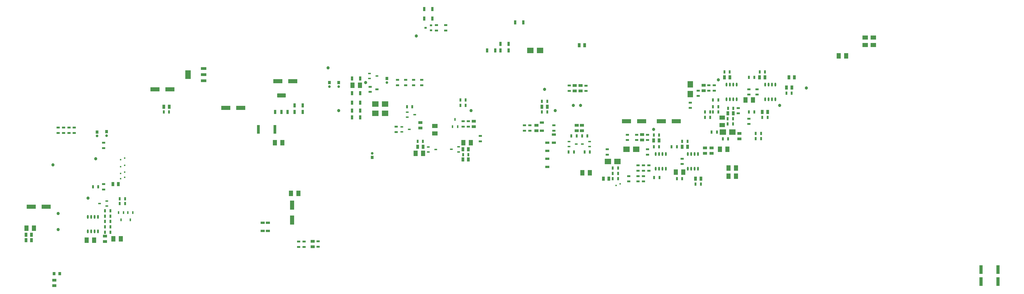
<source format=gbp>
G04*
G04 #@! TF.GenerationSoftware,Altium Limited,Altium Designer,21.0.8 (223)*
G04*
G04 Layer_Color=7334*
%FSLAX25Y25*%
%MOIN*%
G70*
G04*
G04 #@! TF.SameCoordinates,62C4E7E2-AFE0-4541-AB1A-96B31376B225*
G04*
G04*
G04 #@! TF.FilePolarity,Positive*
G04*
G01*
G75*
%ADD22R,0.04000X0.06000*%
%ADD24R,0.06299X0.13780*%
%ADD25R,0.06000X0.08000*%
%ADD26R,0.02756X0.04921*%
%ADD27R,0.04921X0.02756*%
%ADD28R,0.03543X0.03150*%
%ADD29R,0.03937X0.02362*%
%ADD30R,0.04331X0.04724*%
%ADD31R,0.04900X0.12500*%
%ADD33R,0.03937X0.04724*%
%ADD34C,0.03937*%
%ADD35C,0.04724*%
%ADD36R,0.08000X0.06000*%
%ADD41R,0.07874X0.09646*%
%ADD42R,0.02362X0.03937*%
%ADD43R,0.03347X0.06299*%
%ADD44R,0.06299X0.03347*%
%ADD46R,0.06000X0.04000*%
G04:AMPARAMS|DCode=54|XSize=25.59mil|YSize=47.24mil|CornerRadius=1.92mil|HoleSize=0mil|Usage=FLASHONLY|Rotation=270.000|XOffset=0mil|YOffset=0mil|HoleType=Round|Shape=RoundedRectangle|*
%AMROUNDEDRECTD54*
21,1,0.02559,0.04341,0,0,270.0*
21,1,0.02175,0.04724,0,0,270.0*
1,1,0.00384,-0.02170,-0.01088*
1,1,0.00384,-0.02170,0.01088*
1,1,0.00384,0.02170,0.01088*
1,1,0.00384,0.02170,-0.01088*
%
%ADD54ROUNDEDRECTD54*%
%ADD55O,0.02362X0.05709*%
%ADD57R,0.03937X0.12598*%
%ADD170R,0.13780X0.06299*%
%ADD171R,0.01968X0.01968*%
G04:AMPARAMS|DCode=172|XSize=35.43mil|YSize=57.09mil|CornerRadius=1.95mil|HoleSize=0mil|Usage=FLASHONLY|Rotation=0.000|XOffset=0mil|YOffset=0mil|HoleType=Round|Shape=RoundedRectangle|*
%AMROUNDEDRECTD172*
21,1,0.03543,0.05319,0,0,0.0*
21,1,0.03154,0.05709,0,0,0.0*
1,1,0.00390,0.01577,-0.02659*
1,1,0.00390,-0.01577,-0.02659*
1,1,0.00390,-0.01577,0.02659*
1,1,0.00390,0.01577,0.02659*
%
%ADD172ROUNDEDRECTD172*%
G04:AMPARAMS|DCode=173|XSize=124.02mil|YSize=57.09mil|CornerRadius=2mil|HoleSize=0mil|Usage=FLASHONLY|Rotation=0.000|XOffset=0mil|YOffset=0mil|HoleType=Round|Shape=RoundedRectangle|*
%AMROUNDEDRECTD173*
21,1,0.12402,0.05309,0,0,0.0*
21,1,0.12002,0.05709,0,0,0.0*
1,1,0.00400,0.06001,-0.02655*
1,1,0.00400,-0.06001,-0.02655*
1,1,0.00400,-0.06001,0.02655*
1,1,0.00400,0.06001,0.02655*
%
%ADD173ROUNDEDRECTD173*%
%ADD174R,0.09646X0.07874*%
%ADD175R,0.08465X0.03937*%
%ADD176R,0.08465X0.12795*%
D22*
X15811Y82677D02*
D03*
X7811D02*
D03*
X15748Y74803D02*
D03*
X7748D02*
D03*
X143764Y157480D02*
D03*
X135764D02*
D03*
X830772Y362205D02*
D03*
X822772D02*
D03*
X866205Y165354D02*
D03*
X858205D02*
D03*
X659484Y193727D02*
D03*
X651484D02*
D03*
X651512Y208661D02*
D03*
X659512D02*
D03*
X592583Y212598D02*
D03*
X584583D02*
D03*
X210567Y271654D02*
D03*
X218567D02*
D03*
X1044541Y314866D02*
D03*
X1036541D02*
D03*
X1092457Y263779D02*
D03*
X1100457D02*
D03*
X1096520Y314961D02*
D03*
X1088520D02*
D03*
X1135953Y299713D02*
D03*
X1127953D02*
D03*
X1139827Y314961D02*
D03*
X1131827D02*
D03*
X775654Y271654D02*
D03*
X767654D02*
D03*
X1041703Y261811D02*
D03*
X1049703D02*
D03*
X932472Y221692D02*
D03*
X940472D02*
D03*
X974347Y212598D02*
D03*
X982347D02*
D03*
X1002032Y165354D02*
D03*
X994032D02*
D03*
D24*
X399606Y126378D02*
D03*
Y104331D02*
D03*
D25*
X8280Y92520D02*
D03*
X19279D02*
D03*
X96862Y74803D02*
D03*
X107862D02*
D03*
X136232Y76772D02*
D03*
X147232D02*
D03*
X1216130Y346457D02*
D03*
X1205130D02*
D03*
X1042766Y181212D02*
D03*
X1053766D02*
D03*
X1042594Y169080D02*
D03*
X1053594D02*
D03*
X827478Y174164D02*
D03*
X838478D02*
D03*
X385421Y218504D02*
D03*
X374421D02*
D03*
X1078740Y281496D02*
D03*
X1067740D02*
D03*
X975972Y175197D02*
D03*
X964972D02*
D03*
X651980Y218504D02*
D03*
X662980D02*
D03*
X592705Y202756D02*
D03*
X581705D02*
D03*
X1029933Y208661D02*
D03*
X1040933D02*
D03*
X398043Y143701D02*
D03*
X409043D02*
D03*
X488594Y303150D02*
D03*
X499594D02*
D03*
D26*
X106299Y153543D02*
D03*
X114173D02*
D03*
X145669Y128748D02*
D03*
X153543D02*
D03*
Y135827D02*
D03*
X145669D02*
D03*
X124016Y86614D02*
D03*
X131890D02*
D03*
Y94488D02*
D03*
X124016D02*
D03*
X124016Y102362D02*
D03*
X131890D02*
D03*
X131890Y110236D02*
D03*
X124016D02*
D03*
X131890Y118110D02*
D03*
X124016D02*
D03*
X1072835Y263779D02*
D03*
X1080709D02*
D03*
X655512Y273622D02*
D03*
X647638D02*
D03*
Y281496D02*
D03*
X655512D02*
D03*
X568898Y271654D02*
D03*
X576772D02*
D03*
X659449Y200787D02*
D03*
X651575D02*
D03*
X584646Y220472D02*
D03*
X592520D02*
D03*
X218504Y263779D02*
D03*
X210630D02*
D03*
X966535Y165354D02*
D03*
X974409D02*
D03*
X1127953Y291339D02*
D03*
X1135827D02*
D03*
X940944Y167323D02*
D03*
X933070D02*
D03*
X940413Y212598D02*
D03*
X932539D02*
D03*
X1025591Y234252D02*
D03*
X1017717D02*
D03*
X1034260Y224079D02*
D03*
X1042134D02*
D03*
X1044482Y322835D02*
D03*
X1036608D02*
D03*
X1072835Y314961D02*
D03*
X1080709D02*
D03*
X1100394Y255906D02*
D03*
X1092520D02*
D03*
X1088583Y322835D02*
D03*
X1096457D02*
D03*
X826926Y228346D02*
D03*
X834800D02*
D03*
X830646Y204724D02*
D03*
X838520D02*
D03*
X814962D02*
D03*
X807088D02*
D03*
X818898Y228346D02*
D03*
X811024D02*
D03*
X767718Y263779D02*
D03*
X775592D02*
D03*
X775591Y279528D02*
D03*
X767717D02*
D03*
X932539Y229967D02*
D03*
X940413D02*
D03*
X1082677Y224410D02*
D03*
X1090551D02*
D03*
Y232283D02*
D03*
X1082677D02*
D03*
X1041961Y269229D02*
D03*
X1049835D02*
D03*
X1041339Y246063D02*
D03*
X1049213D02*
D03*
X1041339Y253937D02*
D03*
X1049213D02*
D03*
X1027559Y281496D02*
D03*
X1019685D02*
D03*
X1007874Y263779D02*
D03*
X1015748D02*
D03*
X1027559Y271654D02*
D03*
X1019685D02*
D03*
X1027559Y263779D02*
D03*
X1019685D02*
D03*
X958661Y212598D02*
D03*
X966535D02*
D03*
X994094Y157480D02*
D03*
X1001968D02*
D03*
X879921Y173228D02*
D03*
X872047D02*
D03*
X879921Y165354D02*
D03*
X872047D02*
D03*
X879921Y181102D02*
D03*
X872047D02*
D03*
X982283Y220472D02*
D03*
X974409D02*
D03*
X1007874Y255906D02*
D03*
X1015748D02*
D03*
D27*
X1072835Y297244D02*
D03*
Y289370D02*
D03*
X122047Y210630D02*
D03*
Y218504D02*
D03*
X651575Y242126D02*
D03*
Y250000D02*
D03*
X590551Y303150D02*
D03*
Y311024D02*
D03*
X659449Y242126D02*
D03*
Y250000D02*
D03*
X578740Y303150D02*
D03*
Y311024D02*
D03*
X555118D02*
D03*
Y303150D02*
D03*
X677165Y228346D02*
D03*
Y220472D02*
D03*
X553150Y242126D02*
D03*
Y234252D02*
D03*
X566929Y303150D02*
D03*
Y311024D02*
D03*
X122047Y149606D02*
D03*
Y157480D02*
D03*
X62992Y232874D02*
D03*
Y240748D02*
D03*
X55118D02*
D03*
Y232874D02*
D03*
X70866Y240748D02*
D03*
Y232874D02*
D03*
X78740Y240748D02*
D03*
Y232874D02*
D03*
X986220Y277559D02*
D03*
Y269685D02*
D03*
X917323Y177165D02*
D03*
Y185039D02*
D03*
X909449Y177165D02*
D03*
Y185039D02*
D03*
X895669Y169291D02*
D03*
Y161417D02*
D03*
X893701Y230315D02*
D03*
Y222441D02*
D03*
X998032Y287402D02*
D03*
Y295276D02*
D03*
X1072835Y253937D02*
D03*
Y246063D02*
D03*
X1084646Y297244D02*
D03*
Y289370D02*
D03*
X785433Y236221D02*
D03*
Y244094D02*
D03*
X832628Y294764D02*
D03*
Y302638D02*
D03*
X808147Y294910D02*
D03*
Y302784D02*
D03*
X750000Y236221D02*
D03*
Y244094D02*
D03*
X742126D02*
D03*
Y236221D02*
D03*
X409449Y64961D02*
D03*
Y72835D02*
D03*
X625984Y391732D02*
D03*
Y383858D02*
D03*
X1057170Y261727D02*
D03*
Y269601D02*
D03*
X1013780Y303150D02*
D03*
Y295276D02*
D03*
X1021653Y303150D02*
D03*
Y295276D02*
D03*
X925197Y177165D02*
D03*
Y185039D02*
D03*
X417323Y72834D02*
D03*
Y64960D02*
D03*
X437858Y65158D02*
D03*
Y73032D02*
D03*
X909449Y161417D02*
D03*
Y169291D02*
D03*
X917323Y161417D02*
D03*
Y169291D02*
D03*
X974409Y187008D02*
D03*
Y194882D02*
D03*
X612205Y383858D02*
D03*
Y391732D02*
D03*
X907480Y222441D02*
D03*
Y230315D02*
D03*
X923228Y208661D02*
D03*
Y200787D02*
D03*
X864173Y208661D02*
D03*
Y200787D02*
D03*
X923228Y230315D02*
D03*
Y222441D02*
D03*
D28*
X604331Y391535D02*
D03*
Y384055D02*
D03*
X596457Y387795D02*
D03*
D29*
X126707Y132478D02*
D03*
Y124998D02*
D03*
X115881Y128738D02*
D03*
X645177Y212402D02*
D03*
Y204921D02*
D03*
X634350Y208661D02*
D03*
X569390Y256102D02*
D03*
Y263583D02*
D03*
X580217Y259842D02*
D03*
X561516Y234449D02*
D03*
Y241929D02*
D03*
X572342Y238189D02*
D03*
X600394Y204724D02*
D03*
Y212205D02*
D03*
X611221Y208465D02*
D03*
X827264Y216535D02*
D03*
X838091Y212795D02*
D03*
Y220276D02*
D03*
X818406Y216535D02*
D03*
X807579Y220276D02*
D03*
Y212795D02*
D03*
X513779Y312992D02*
D03*
Y320472D02*
D03*
X524606Y316732D02*
D03*
D30*
X49016Y25591D02*
D03*
X57284D02*
D03*
D31*
X1439715Y31496D02*
D03*
X1414615D02*
D03*
Y13780D02*
D03*
X1439715D02*
D03*
D33*
X112205Y234252D02*
D03*
X126291Y234796D02*
D03*
X517717Y196850D02*
D03*
X539370Y312992D02*
D03*
X468504Y307087D02*
D03*
X454724D02*
D03*
D34*
X112205Y228346D02*
D03*
X126291Y228890D02*
D03*
X517717Y202756D02*
D03*
X539370Y307087D02*
D03*
X468504Y301181D02*
D03*
X454724D02*
D03*
D35*
X55118Y90551D02*
D03*
Y114173D02*
D03*
X99038Y136847D02*
D03*
X47244Y185800D02*
D03*
X110236Y194882D02*
D03*
X1157480Y299213D02*
D03*
X1118110Y273622D02*
D03*
X1027559Y311024D02*
D03*
X932333Y238090D02*
D03*
X663386Y265748D02*
D03*
X813871Y273622D02*
D03*
X824803D02*
D03*
X771654Y297244D02*
D03*
X787402Y265748D02*
D03*
X452756Y328740D02*
D03*
X468504Y265748D02*
D03*
X507874Y307087D02*
D03*
X582677Y375984D02*
D03*
D36*
X1033465Y255500D02*
D03*
Y244500D02*
D03*
X610014Y232217D02*
D03*
Y243217D02*
D03*
X1255906Y373610D02*
D03*
Y362610D02*
D03*
X1244094Y373610D02*
D03*
Y362610D02*
D03*
D41*
X986220Y304331D02*
D03*
Y290158D02*
D03*
D42*
X147638Y104823D02*
D03*
X151378Y115650D02*
D03*
X143898D02*
D03*
X161417Y104823D02*
D03*
X165157Y115650D02*
D03*
X157677D02*
D03*
X639805Y252927D02*
D03*
X636065Y242101D02*
D03*
X643545D02*
D03*
D43*
X415453Y263779D02*
D03*
X403445D02*
D03*
Y273622D02*
D03*
X415453D02*
D03*
X706595Y364173D02*
D03*
X718602D02*
D03*
Y354331D02*
D03*
X706595D02*
D03*
X698917D02*
D03*
X686909D02*
D03*
X488091Y277559D02*
D03*
X500098D02*
D03*
X594390Y415354D02*
D03*
X606398D02*
D03*
X500098Y265748D02*
D03*
X488091D02*
D03*
X740256Y395669D02*
D03*
X728248D02*
D03*
X488091Y312992D02*
D03*
X500098D02*
D03*
X488091Y255906D02*
D03*
X500098D02*
D03*
Y291339D02*
D03*
X488091D02*
D03*
X606398Y401575D02*
D03*
X594390D02*
D03*
D44*
X775591Y182972D02*
D03*
X785433Y230413D02*
D03*
Y218406D02*
D03*
X775591Y218602D02*
D03*
Y206594D02*
D03*
Y194980D02*
D03*
X767717Y248130D02*
D03*
Y236122D02*
D03*
X364173Y100492D02*
D03*
Y88484D02*
D03*
X356299Y88583D02*
D03*
Y100591D02*
D03*
D46*
X49213Y7811D02*
D03*
Y15811D02*
D03*
X124016Y80772D02*
D03*
Y72772D02*
D03*
X667323Y242063D02*
D03*
Y250063D02*
D03*
X588583Y240094D02*
D03*
Y248095D02*
D03*
X818898Y236157D02*
D03*
Y244158D02*
D03*
X826772Y236157D02*
D03*
Y244158D02*
D03*
X824802Y294707D02*
D03*
Y302707D02*
D03*
X816107Y294741D02*
D03*
Y302741D02*
D03*
X759842Y244158D02*
D03*
Y236157D02*
D03*
X429984Y73093D02*
D03*
Y65093D02*
D03*
X1005906Y295213D02*
D03*
Y303213D02*
D03*
X915354Y222378D02*
D03*
Y230378D02*
D03*
X1058852Y224068D02*
D03*
Y232068D02*
D03*
X1007874Y202693D02*
D03*
Y210693D02*
D03*
X1017717Y202756D02*
D03*
Y210756D02*
D03*
D54*
X524803Y297244D02*
D03*
X514567Y300984D02*
D03*
Y293504D02*
D03*
D55*
X1039744Y304035D02*
D03*
X1044744D02*
D03*
X1049744D02*
D03*
X1054744D02*
D03*
X1039744Y282579D02*
D03*
X1044744D02*
D03*
X1049744D02*
D03*
X1054744D02*
D03*
X113799Y87697D02*
D03*
X108799D02*
D03*
X103799D02*
D03*
X98799D02*
D03*
X113799Y109153D02*
D03*
X108799D02*
D03*
X103799D02*
D03*
X98799D02*
D03*
X1096831Y304035D02*
D03*
X1101831D02*
D03*
X1106831D02*
D03*
X1111831D02*
D03*
X1096831Y282579D02*
D03*
X1101831D02*
D03*
X1106831D02*
D03*
X1111831D02*
D03*
X950413Y180217D02*
D03*
X945413D02*
D03*
X940413D02*
D03*
X935413D02*
D03*
X950413Y201673D02*
D03*
X945413D02*
D03*
X940413D02*
D03*
X935413D02*
D03*
X997657Y180217D02*
D03*
X992657D02*
D03*
X987658D02*
D03*
X982658D02*
D03*
X997657Y201673D02*
D03*
X992657D02*
D03*
X987658D02*
D03*
X982658D02*
D03*
D57*
X350000Y238189D02*
D03*
X374409D02*
D03*
D170*
X15354Y124016D02*
D03*
X37402D02*
D03*
X965748Y250000D02*
D03*
X943701D02*
D03*
X400787Y309055D02*
D03*
X378740D02*
D03*
X914567Y250000D02*
D03*
X892520D02*
D03*
X197638Y297244D02*
D03*
X219685D02*
D03*
X301969Y269685D02*
D03*
X324016D02*
D03*
D171*
X147098Y165354D02*
D03*
X153098Y167554D02*
D03*
X147098Y172997D02*
D03*
X153098Y175197D02*
D03*
Y185238D02*
D03*
X147098Y183038D02*
D03*
Y193585D02*
D03*
X153098Y195785D02*
D03*
X876921Y155512D02*
D03*
X882920Y157712D02*
D03*
D172*
X392913Y263779D02*
D03*
X383858D02*
D03*
X374803D02*
D03*
D173*
X383858Y287992D02*
D03*
D174*
X536614Y275590D02*
D03*
X522441D02*
D03*
X522441Y261811D02*
D03*
X536614D02*
D03*
X750787Y354331D02*
D03*
X764961D02*
D03*
X1048425Y234252D02*
D03*
X1034252D02*
D03*
X864961Y190945D02*
D03*
X879134D02*
D03*
X892520Y208661D02*
D03*
X906693D02*
D03*
D175*
X269390Y327953D02*
D03*
Y318898D02*
D03*
Y309842D02*
D03*
D176*
X246358Y318898D02*
D03*
M02*

</source>
